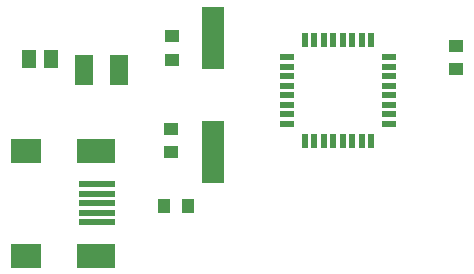
<source format=gtp>
G75*
%MOIN*%
%OFA0B0*%
%FSLAX24Y24*%
%IPPOS*%
%LPD*%
%AMOC8*
5,1,8,0,0,1.08239X$1,22.5*
%
%ADD10R,0.0760X0.2100*%
%ADD11R,0.0984X0.0787*%
%ADD12R,0.1299X0.0787*%
%ADD13R,0.1220X0.0197*%
%ADD14R,0.0472X0.0394*%
%ADD15R,0.0394X0.0472*%
%ADD16R,0.0591X0.1024*%
%ADD17R,0.0512X0.0630*%
%ADD18R,0.0500X0.0220*%
%ADD19R,0.0220X0.0500*%
D10*
X007493Y004910D03*
X007493Y008710D03*
D11*
X001269Y001444D03*
X001269Y004948D03*
D12*
X003592Y004948D03*
X003592Y001444D03*
D13*
X003631Y002566D03*
X003631Y002881D03*
X003631Y003196D03*
X003631Y003511D03*
X003631Y003826D03*
D14*
X006096Y004893D03*
X006096Y005680D03*
X006147Y007975D03*
X006147Y008763D03*
X015604Y008448D03*
X015604Y007660D03*
D15*
X006651Y003089D03*
X005863Y003089D03*
D16*
X004379Y007625D03*
X003198Y007625D03*
D17*
X002111Y007995D03*
X001363Y007995D03*
D18*
X009977Y008054D03*
X009977Y007739D03*
X009977Y007424D03*
X009977Y007109D03*
X009977Y006794D03*
X009977Y006479D03*
X009977Y006164D03*
X009977Y005849D03*
X013357Y005849D03*
X013357Y006164D03*
X013357Y006479D03*
X013357Y006794D03*
X013357Y007109D03*
X013357Y007424D03*
X013357Y007739D03*
X013357Y008054D03*
D19*
X012769Y008642D03*
X012454Y008642D03*
X012139Y008642D03*
X011824Y008642D03*
X011509Y008642D03*
X011194Y008642D03*
X010879Y008642D03*
X010564Y008642D03*
X010564Y005262D03*
X010879Y005262D03*
X011194Y005262D03*
X011509Y005262D03*
X011824Y005262D03*
X012139Y005262D03*
X012454Y005262D03*
X012769Y005262D03*
M02*

</source>
